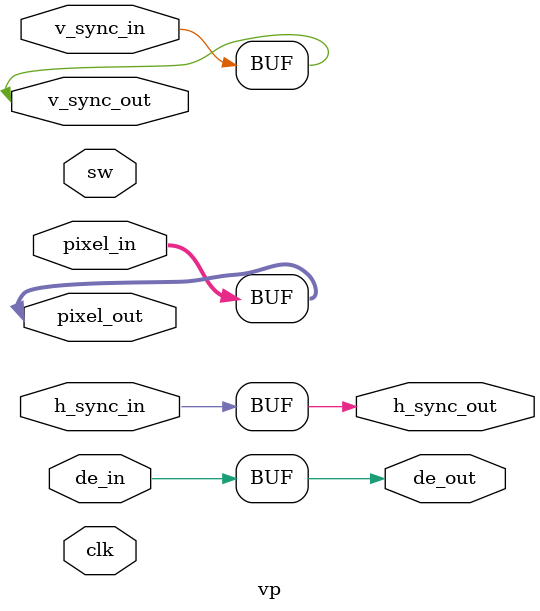
<source format=v>
`timescale 1ns / 1ps


module vp(
    input clk,
    input de_in,
    input h_sync_in,
    input v_sync_in,
    input [23:0]pixel_in,
    
    input [2:0]sw,
    
    output de_out,
    output h_sync_out,
    input v_sync_out,
    input [23:0]pixel_out
    );
    
    assign de_out = de_in;
    assign h_sync_out = h_sync_in;
    assign v_sync_out = v_sync_in; 
    assign pixel_out = pixel_in;
endmodule

</source>
